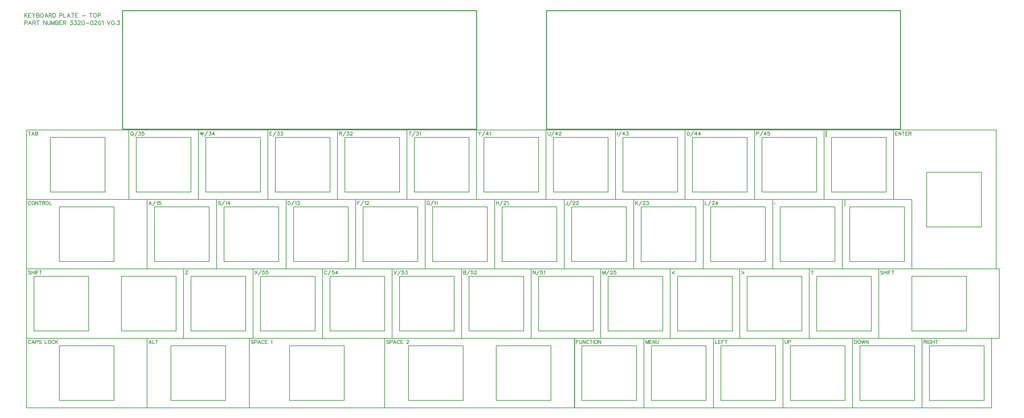
<source format=gto>
G04 Layer: TopSilkscreenLayer*
G04 EasyEDA v6.5.34, 2023-08-10 18:14:54*
G04 ff69caebeaab4362ab2153d1a77cd0d5,5a6b42c53f6a479593ecc07194224c93,10*
G04 Gerber Generator version 0.2*
G04 Scale: 100 percent, Rotated: No, Reflected: No *
G04 Dimensions in millimeters *
G04 leading zeros omitted , absolute positions ,4 integer and 5 decimal *
%FSLAX45Y45*%
%MOMM*%

%ADD10C,0.2032*%
%ADD11C,0.1524*%
%ADD12C,0.1270*%
%ADD13C,0.2540*%

%LPD*%
D10*
X590550Y8076437D02*
G01*
X590550Y7980934D01*
X558800Y8076437D02*
G01*
X622554Y8076437D01*
X688847Y8076437D02*
G01*
X652526Y7980934D01*
X688847Y8076437D02*
G01*
X725170Y7980934D01*
X665987Y8012937D02*
G01*
X711454Y8012937D01*
X755142Y8076437D02*
G01*
X755142Y7980934D01*
X755142Y8076437D02*
G01*
X796036Y8076437D01*
X809752Y8071865D01*
X814323Y8067294D01*
X818895Y8058404D01*
X818895Y8049260D01*
X814323Y8040115D01*
X809752Y8035544D01*
X796036Y8030971D01*
X755142Y8030971D02*
G01*
X796036Y8030971D01*
X809752Y8026400D01*
X814323Y8022081D01*
X818895Y8012937D01*
X818895Y7999221D01*
X814323Y7990078D01*
X809752Y7985505D01*
X796036Y7980934D01*
X755142Y7980934D01*
X626871Y6148831D02*
G01*
X622554Y6157976D01*
X613410Y6166865D01*
X604265Y6171437D01*
X585978Y6171437D01*
X577087Y6166865D01*
X567944Y6157976D01*
X563371Y6148831D01*
X558800Y6135115D01*
X558800Y6112510D01*
X563371Y6098794D01*
X567944Y6089650D01*
X577087Y6080505D01*
X585978Y6075934D01*
X604265Y6075934D01*
X613410Y6080505D01*
X622554Y6089650D01*
X626871Y6098794D01*
X684276Y6171437D02*
G01*
X675131Y6166865D01*
X665987Y6157976D01*
X661415Y6148831D01*
X657097Y6135115D01*
X657097Y6112510D01*
X661415Y6098794D01*
X665987Y6089650D01*
X675131Y6080505D01*
X684276Y6075934D01*
X702310Y6075934D01*
X711454Y6080505D01*
X720597Y6089650D01*
X725170Y6098794D01*
X729742Y6112510D01*
X729742Y6135115D01*
X725170Y6148831D01*
X720597Y6157976D01*
X711454Y6166865D01*
X702310Y6171437D01*
X684276Y6171437D01*
X759713Y6171437D02*
G01*
X759713Y6075934D01*
X759713Y6171437D02*
G01*
X823468Y6075934D01*
X823468Y6171437D02*
G01*
X823468Y6075934D01*
X885189Y6171437D02*
G01*
X885189Y6075934D01*
X853439Y6171437D02*
G01*
X916939Y6171437D01*
X946912Y6171437D02*
G01*
X946912Y6075934D01*
X946912Y6171437D02*
G01*
X987805Y6171437D01*
X1001521Y6166865D01*
X1006094Y6162294D01*
X1010665Y6153404D01*
X1010665Y6144260D01*
X1006094Y6135115D01*
X1001521Y6130544D01*
X987805Y6125971D01*
X946912Y6125971D01*
X978915Y6125971D02*
G01*
X1010665Y6075934D01*
X1067815Y6171437D02*
G01*
X1058926Y6166865D01*
X1049781Y6157976D01*
X1045210Y6148831D01*
X1040637Y6135115D01*
X1040637Y6112510D01*
X1045210Y6098794D01*
X1049781Y6089650D01*
X1058926Y6080505D01*
X1067815Y6075934D01*
X1086104Y6075934D01*
X1095247Y6080505D01*
X1104137Y6089650D01*
X1108710Y6098794D01*
X1113281Y6112510D01*
X1113281Y6135115D01*
X1108710Y6148831D01*
X1104137Y6157976D01*
X1095247Y6166865D01*
X1086104Y6171437D01*
X1067815Y6171437D01*
X1143254Y6171437D02*
G01*
X1143254Y6075934D01*
X1143254Y6075934D02*
G01*
X1197863Y6075934D01*
X622554Y4252976D02*
G01*
X613410Y4261865D01*
X599694Y4266437D01*
X581405Y4266437D01*
X567944Y4261865D01*
X558800Y4252976D01*
X558800Y4243831D01*
X563371Y4234687D01*
X567944Y4230115D01*
X577087Y4225544D01*
X604265Y4216400D01*
X613410Y4212081D01*
X617981Y4207510D01*
X622554Y4198365D01*
X622554Y4184650D01*
X613410Y4175505D01*
X599694Y4170934D01*
X581405Y4170934D01*
X567944Y4175505D01*
X558800Y4184650D01*
X652526Y4266437D02*
G01*
X652526Y4170934D01*
X716026Y4266437D02*
G01*
X716026Y4170934D01*
X652526Y4220971D02*
G01*
X716026Y4220971D01*
X745997Y4266437D02*
G01*
X745997Y4170934D01*
X775970Y4266437D02*
G01*
X775970Y4170934D01*
X775970Y4266437D02*
G01*
X835152Y4266437D01*
X775970Y4220971D02*
G01*
X812545Y4220971D01*
X896873Y4266437D02*
G01*
X896873Y4170934D01*
X865123Y4266437D02*
G01*
X928878Y4266437D01*
X626871Y2338831D02*
G01*
X622554Y2347976D01*
X613410Y2356865D01*
X604265Y2361437D01*
X585978Y2361437D01*
X577087Y2356865D01*
X567944Y2347976D01*
X563371Y2338831D01*
X558800Y2325115D01*
X558800Y2302510D01*
X563371Y2288794D01*
X567944Y2279650D01*
X577087Y2270505D01*
X585978Y2265934D01*
X604265Y2265934D01*
X613410Y2270505D01*
X622554Y2279650D01*
X626871Y2288794D01*
X693420Y2361437D02*
G01*
X657097Y2265934D01*
X693420Y2361437D02*
G01*
X729742Y2265934D01*
X670560Y2297937D02*
G01*
X716026Y2297937D01*
X759713Y2361437D02*
G01*
X759713Y2265934D01*
X759713Y2361437D02*
G01*
X800607Y2361437D01*
X814323Y2356865D01*
X818895Y2352294D01*
X823468Y2343404D01*
X823468Y2329687D01*
X818895Y2320544D01*
X814323Y2315971D01*
X800607Y2311400D01*
X759713Y2311400D01*
X916939Y2347976D02*
G01*
X907795Y2356865D01*
X894334Y2361437D01*
X876045Y2361437D01*
X862329Y2356865D01*
X853439Y2347976D01*
X853439Y2338831D01*
X858012Y2329687D01*
X862329Y2325115D01*
X871473Y2320544D01*
X898905Y2311400D01*
X907795Y2307081D01*
X912368Y2302510D01*
X916939Y2293365D01*
X916939Y2279650D01*
X907795Y2270505D01*
X894334Y2265934D01*
X876045Y2265934D01*
X862329Y2270505D01*
X853439Y2279650D01*
X1017015Y2361437D02*
G01*
X1017015Y2265934D01*
X1017015Y2265934D02*
G01*
X1071626Y2265934D01*
X1128776Y2361437D02*
G01*
X1119631Y2356865D01*
X1110742Y2347976D01*
X1106170Y2338831D01*
X1101597Y2325115D01*
X1101597Y2302510D01*
X1106170Y2288794D01*
X1110742Y2279650D01*
X1119631Y2270505D01*
X1128776Y2265934D01*
X1147063Y2265934D01*
X1155954Y2270505D01*
X1165097Y2279650D01*
X1169670Y2288794D01*
X1174242Y2302510D01*
X1174242Y2325115D01*
X1169670Y2338831D01*
X1165097Y2347976D01*
X1155954Y2356865D01*
X1147063Y2361437D01*
X1128776Y2361437D01*
X1272539Y2338831D02*
G01*
X1267968Y2347976D01*
X1258823Y2356865D01*
X1249679Y2361437D01*
X1231645Y2361437D01*
X1222502Y2356865D01*
X1213357Y2347976D01*
X1208786Y2338831D01*
X1204213Y2325115D01*
X1204213Y2302510D01*
X1208786Y2288794D01*
X1213357Y2279650D01*
X1222502Y2270505D01*
X1231645Y2265934D01*
X1249679Y2265934D01*
X1258823Y2270505D01*
X1267968Y2279650D01*
X1272539Y2288794D01*
X1302512Y2361437D02*
G01*
X1302512Y2265934D01*
X1366012Y2361437D02*
G01*
X1302512Y2297937D01*
X1325118Y2320544D02*
G01*
X1366012Y2265934D01*
X3392677Y8076437D02*
G01*
X3383788Y8071865D01*
X3374643Y8062976D01*
X3370072Y8053831D01*
X3365500Y8040115D01*
X3365500Y8017510D01*
X3370072Y8003794D01*
X3374643Y7994650D01*
X3383788Y7985505D01*
X3392677Y7980934D01*
X3410965Y7980934D01*
X3420109Y7985505D01*
X3429254Y7994650D01*
X3433572Y8003794D01*
X3438143Y8017510D01*
X3438143Y8040115D01*
X3433572Y8053831D01*
X3429254Y8062976D01*
X3420109Y8071865D01*
X3410965Y8076437D01*
X3392677Y8076437D01*
X3406393Y7999221D02*
G01*
X3433572Y7972044D01*
X3550158Y8094726D02*
G01*
X3468115Y7949184D01*
X3589020Y8076437D02*
G01*
X3639058Y8076437D01*
X3611879Y8040115D01*
X3625595Y8040115D01*
X3634486Y8035544D01*
X3639058Y8030971D01*
X3643629Y8017510D01*
X3643629Y8008365D01*
X3639058Y7994650D01*
X3630168Y7985505D01*
X3616452Y7980934D01*
X3602736Y7980934D01*
X3589020Y7985505D01*
X3584702Y7990078D01*
X3580129Y7999221D01*
X3728211Y8076437D02*
G01*
X3682745Y8076437D01*
X3678174Y8035544D01*
X3682745Y8040115D01*
X3696461Y8044687D01*
X3709924Y8044687D01*
X3723640Y8040115D01*
X3732784Y8030971D01*
X3737356Y8017510D01*
X3737356Y8008365D01*
X3732784Y7994650D01*
X3723640Y7985505D01*
X3709924Y7980934D01*
X3696461Y7980934D01*
X3682745Y7985505D01*
X3678174Y7990078D01*
X3673602Y7999221D01*
X5270500Y8076437D02*
G01*
X5293106Y7980934D01*
X5315965Y8076437D02*
G01*
X5293106Y7980934D01*
X5315965Y8076437D02*
G01*
X5338572Y7980934D01*
X5361431Y8076437D02*
G01*
X5338572Y7980934D01*
X5473191Y8094726D02*
G01*
X5391404Y7949184D01*
X5512308Y8076437D02*
G01*
X5562345Y8076437D01*
X5535168Y8040115D01*
X5548629Y8040115D01*
X5557774Y8035544D01*
X5562345Y8030971D01*
X5566918Y8017510D01*
X5566918Y8008365D01*
X5562345Y7994650D01*
X5553202Y7985505D01*
X5539486Y7980934D01*
X5526024Y7980934D01*
X5512308Y7985505D01*
X5507736Y7990078D01*
X5503163Y7999221D01*
X5642356Y8076437D02*
G01*
X5596890Y8012937D01*
X5664961Y8012937D01*
X5642356Y8076437D02*
G01*
X5642356Y7980934D01*
X7175500Y8076437D02*
G01*
X7175500Y7980934D01*
X7175500Y8076437D02*
G01*
X7234681Y8076437D01*
X7175500Y8030971D02*
G01*
X7211822Y8030971D01*
X7175500Y7980934D02*
G01*
X7234681Y7980934D01*
X7346441Y8094726D02*
G01*
X7264654Y7949184D01*
X7385558Y8076437D02*
G01*
X7435595Y8076437D01*
X7408163Y8040115D01*
X7421879Y8040115D01*
X7431024Y8035544D01*
X7435595Y8030971D01*
X7440168Y8017510D01*
X7440168Y8008365D01*
X7435595Y7994650D01*
X7426452Y7985505D01*
X7412736Y7980934D01*
X7399020Y7980934D01*
X7385558Y7985505D01*
X7380986Y7990078D01*
X7376413Y7999221D01*
X7479029Y8076437D02*
G01*
X7529068Y8076437D01*
X7501890Y8040115D01*
X7515606Y8040115D01*
X7524495Y8035544D01*
X7529068Y8030971D01*
X7533640Y8017510D01*
X7533640Y8008365D01*
X7529068Y7994650D01*
X7519924Y7985505D01*
X7506461Y7980934D01*
X7492745Y7980934D01*
X7479029Y7985505D01*
X7474711Y7990078D01*
X7470140Y7999221D01*
X9080500Y8076437D02*
G01*
X9080500Y7980934D01*
X9080500Y8076437D02*
G01*
X9121393Y8076437D01*
X9135109Y8071865D01*
X9139681Y8067294D01*
X9144254Y8058404D01*
X9144254Y8049260D01*
X9139681Y8040115D01*
X9135109Y8035544D01*
X9121393Y8030971D01*
X9080500Y8030971D01*
X9112250Y8030971D02*
G01*
X9144254Y7980934D01*
X9256013Y8094726D02*
G01*
X9174225Y7949184D01*
X9295129Y8076437D02*
G01*
X9345168Y8076437D01*
X9317736Y8040115D01*
X9331452Y8040115D01*
X9340595Y8035544D01*
X9345168Y8030971D01*
X9349486Y8017510D01*
X9349486Y8008365D01*
X9345168Y7994650D01*
X9336024Y7985505D01*
X9322308Y7980934D01*
X9308591Y7980934D01*
X9295129Y7985505D01*
X9290558Y7990078D01*
X9285986Y7999221D01*
X9384029Y8053831D02*
G01*
X9384029Y8058404D01*
X9388602Y8067294D01*
X9393174Y8071865D01*
X9402318Y8076437D01*
X9420606Y8076437D01*
X9429495Y8071865D01*
X9434068Y8067294D01*
X9438640Y8058404D01*
X9438640Y8049260D01*
X9434068Y8040115D01*
X9424924Y8026400D01*
X9379711Y7980934D01*
X9443211Y7980934D01*
X3897122Y6171437D02*
G01*
X3860800Y6075934D01*
X3897122Y6171437D02*
G01*
X3933443Y6075934D01*
X3874515Y6107937D02*
G01*
X3919981Y6107937D01*
X4045458Y6189726D02*
G01*
X3963415Y6044184D01*
X4075429Y6153404D02*
G01*
X4084320Y6157976D01*
X4098036Y6171437D01*
X4098036Y6075934D01*
X4182618Y6171437D02*
G01*
X4137152Y6171437D01*
X4132579Y6130544D01*
X4137152Y6135115D01*
X4150868Y6139687D01*
X4164329Y6139687D01*
X4178045Y6135115D01*
X4187190Y6125971D01*
X4191761Y6112510D01*
X4191761Y6103365D01*
X4187190Y6089650D01*
X4178045Y6080505D01*
X4164329Y6075934D01*
X4150868Y6075934D01*
X4137152Y6080505D01*
X4132579Y6085078D01*
X4128008Y6094221D01*
X5829554Y6157976D02*
G01*
X5820409Y6166865D01*
X5806693Y6171437D01*
X5788406Y6171437D01*
X5774943Y6166865D01*
X5765800Y6157976D01*
X5765800Y6148831D01*
X5770372Y6139687D01*
X5774943Y6135115D01*
X5784088Y6130544D01*
X5811265Y6121400D01*
X5820409Y6117081D01*
X5824981Y6112510D01*
X5829554Y6103365D01*
X5829554Y6089650D01*
X5820409Y6080505D01*
X5806693Y6075934D01*
X5788406Y6075934D01*
X5774943Y6080505D01*
X5765800Y6089650D01*
X5941313Y6189726D02*
G01*
X5859525Y6044184D01*
X5971286Y6153404D02*
G01*
X5980429Y6157976D01*
X5993891Y6171437D01*
X5993891Y6075934D01*
X6069329Y6171437D02*
G01*
X6023863Y6107937D01*
X6092190Y6107937D01*
X6069329Y6171437D02*
G01*
X6069329Y6075934D01*
X7670800Y6171437D02*
G01*
X7670800Y6075934D01*
X7670800Y6171437D02*
G01*
X7702550Y6171437D01*
X7716265Y6166865D01*
X7725409Y6157976D01*
X7729981Y6148831D01*
X7734554Y6135115D01*
X7734554Y6112510D01*
X7729981Y6098794D01*
X7725409Y6089650D01*
X7716265Y6080505D01*
X7702550Y6075934D01*
X7670800Y6075934D01*
X7846313Y6189726D02*
G01*
X7764525Y6044184D01*
X7876286Y6153404D02*
G01*
X7885429Y6157976D01*
X7898891Y6171437D01*
X7898891Y6075934D01*
X7938008Y6171437D02*
G01*
X7988045Y6171437D01*
X7960868Y6135115D01*
X7974329Y6135115D01*
X7983474Y6130544D01*
X7988045Y6125971D01*
X7992618Y6112510D01*
X7992618Y6103365D01*
X7988045Y6089650D01*
X7978902Y6080505D01*
X7965440Y6075934D01*
X7951724Y6075934D01*
X7938008Y6080505D01*
X7933436Y6085078D01*
X7928863Y6094221D01*
X9575800Y6171437D02*
G01*
X9575800Y6075934D01*
X9575800Y6171437D02*
G01*
X9634981Y6171437D01*
X9575800Y6125971D02*
G01*
X9612122Y6125971D01*
X9746741Y6189726D02*
G01*
X9664954Y6044184D01*
X9776713Y6153404D02*
G01*
X9785858Y6157976D01*
X9799320Y6171437D01*
X9799320Y6075934D01*
X9833863Y6148831D02*
G01*
X9833863Y6153404D01*
X9838436Y6162294D01*
X9843008Y6166865D01*
X9852152Y6171437D01*
X9870440Y6171437D01*
X9879329Y6166865D01*
X9883902Y6162294D01*
X9888474Y6153404D01*
X9888474Y6144260D01*
X9883902Y6135115D01*
X9875011Y6121400D01*
X9829545Y6075934D01*
X9893045Y6075934D01*
X4927854Y4266437D02*
G01*
X4864100Y4170934D01*
X4864100Y4266437D02*
G01*
X4927854Y4266437D01*
X4864100Y4170934D02*
G01*
X4927854Y4170934D01*
X6769100Y4266437D02*
G01*
X6832854Y4170934D01*
X6832854Y4266437D02*
G01*
X6769100Y4170934D01*
X6944613Y4284726D02*
G01*
X6862825Y4139184D01*
X7029195Y4266437D02*
G01*
X6983729Y4266437D01*
X6979158Y4225544D01*
X6983729Y4230115D01*
X6997191Y4234687D01*
X7010908Y4234687D01*
X7024624Y4230115D01*
X7033768Y4220971D01*
X7038086Y4207510D01*
X7038086Y4198365D01*
X7033768Y4184650D01*
X7024624Y4175505D01*
X7010908Y4170934D01*
X6997191Y4170934D01*
X6983729Y4175505D01*
X6979158Y4180078D01*
X6974586Y4189221D01*
X7122668Y4266437D02*
G01*
X7077202Y4266437D01*
X7072629Y4225544D01*
X7077202Y4230115D01*
X7090918Y4234687D01*
X7104634Y4234687D01*
X7118095Y4230115D01*
X7127240Y4220971D01*
X7131811Y4207510D01*
X7131811Y4198365D01*
X7127240Y4184650D01*
X7118095Y4175505D01*
X7104634Y4170934D01*
X7090918Y4170934D01*
X7077202Y4175505D01*
X7072629Y4180078D01*
X7068311Y4189221D01*
X10579100Y4266437D02*
G01*
X10615422Y4170934D01*
X10651743Y4266437D02*
G01*
X10615422Y4170934D01*
X10763758Y4284726D02*
G01*
X10681715Y4139184D01*
X10848086Y4266437D02*
G01*
X10802620Y4266437D01*
X10798302Y4225544D01*
X10802620Y4230115D01*
X10816336Y4234687D01*
X10830052Y4234687D01*
X10843768Y4230115D01*
X10852658Y4220971D01*
X10857229Y4207510D01*
X10857229Y4198365D01*
X10852658Y4184650D01*
X10843768Y4175505D01*
X10830052Y4170934D01*
X10816336Y4170934D01*
X10802620Y4175505D01*
X10798302Y4180078D01*
X10793729Y4189221D01*
X10896345Y4266437D02*
G01*
X10946384Y4266437D01*
X10919206Y4230115D01*
X10932668Y4230115D01*
X10941811Y4225544D01*
X10946384Y4220971D01*
X10950956Y4207510D01*
X10950956Y4198365D01*
X10946384Y4184650D01*
X10937240Y4175505D01*
X10923524Y4170934D01*
X10910061Y4170934D01*
X10896345Y4175505D01*
X10891774Y4180078D01*
X10887202Y4189221D01*
X8742172Y4243831D02*
G01*
X8737854Y4252976D01*
X8728709Y4261865D01*
X8719565Y4266437D01*
X8701277Y4266437D01*
X8692388Y4261865D01*
X8683243Y4252976D01*
X8678672Y4243831D01*
X8674100Y4230115D01*
X8674100Y4207510D01*
X8678672Y4193794D01*
X8683243Y4184650D01*
X8692388Y4175505D01*
X8701277Y4170934D01*
X8719565Y4170934D01*
X8728709Y4175505D01*
X8737854Y4184650D01*
X8742172Y4193794D01*
X8854186Y4284726D02*
G01*
X8772397Y4139184D01*
X8938768Y4266437D02*
G01*
X8893302Y4266437D01*
X8888729Y4225544D01*
X8893302Y4230115D01*
X8906763Y4234687D01*
X8920479Y4234687D01*
X8934195Y4230115D01*
X8943086Y4220971D01*
X8947658Y4207510D01*
X8947658Y4198365D01*
X8943086Y4184650D01*
X8934195Y4175505D01*
X8920479Y4170934D01*
X8906763Y4170934D01*
X8893302Y4175505D01*
X8888729Y4180078D01*
X8884158Y4189221D01*
X9023095Y4266437D02*
G01*
X8977629Y4202937D01*
X9045956Y4202937D01*
X9023095Y4266437D02*
G01*
X9023095Y4170934D01*
X3897122Y2361437D02*
G01*
X3860800Y2265934D01*
X3897122Y2361437D02*
G01*
X3933443Y2265934D01*
X3874515Y2297937D02*
G01*
X3919981Y2297937D01*
X3963415Y2361437D02*
G01*
X3963415Y2265934D01*
X3963415Y2265934D02*
G01*
X4018025Y2265934D01*
X4080002Y2361437D02*
G01*
X4080002Y2265934D01*
X4047997Y2361437D02*
G01*
X4111752Y2361437D01*
X6731254Y2347976D02*
G01*
X6722109Y2356865D01*
X6708393Y2361437D01*
X6690106Y2361437D01*
X6676643Y2356865D01*
X6667500Y2347976D01*
X6667500Y2338831D01*
X6672072Y2329687D01*
X6676643Y2325115D01*
X6685788Y2320544D01*
X6712965Y2311400D01*
X6722109Y2307081D01*
X6726681Y2302510D01*
X6731254Y2293365D01*
X6731254Y2279650D01*
X6722109Y2270505D01*
X6708393Y2265934D01*
X6690106Y2265934D01*
X6676643Y2270505D01*
X6667500Y2279650D01*
X6761225Y2361437D02*
G01*
X6761225Y2265934D01*
X6761225Y2361437D02*
G01*
X6802120Y2361437D01*
X6815581Y2356865D01*
X6820154Y2352294D01*
X6824725Y2343404D01*
X6824725Y2329687D01*
X6820154Y2320544D01*
X6815581Y2315971D01*
X6802120Y2311400D01*
X6761225Y2311400D01*
X6891020Y2361437D02*
G01*
X6854697Y2265934D01*
X6891020Y2361437D02*
G01*
X6927595Y2265934D01*
X6868413Y2297937D02*
G01*
X6913879Y2297937D01*
X7025640Y2338831D02*
G01*
X7021068Y2347976D01*
X7011924Y2356865D01*
X7003034Y2361437D01*
X6984745Y2361437D01*
X6975602Y2356865D01*
X6966711Y2347976D01*
X6962140Y2338831D01*
X6957568Y2325115D01*
X6957568Y2302510D01*
X6962140Y2288794D01*
X6966711Y2279650D01*
X6975602Y2270505D01*
X6984745Y2265934D01*
X7003034Y2265934D01*
X7011924Y2270505D01*
X7021068Y2279650D01*
X7025640Y2288794D01*
X7055611Y2361437D02*
G01*
X7055611Y2265934D01*
X7055611Y2361437D02*
G01*
X7114793Y2361437D01*
X7055611Y2315971D02*
G01*
X7091934Y2315971D01*
X7055611Y2265934D02*
G01*
X7114793Y2265934D01*
X7214870Y2343404D02*
G01*
X7223759Y2347976D01*
X7237475Y2361437D01*
X7237475Y2265934D01*
X10439654Y2347976D02*
G01*
X10430509Y2356865D01*
X10416793Y2361437D01*
X10398506Y2361437D01*
X10385043Y2356865D01*
X10375900Y2347976D01*
X10375900Y2338831D01*
X10380472Y2329687D01*
X10385043Y2325115D01*
X10394188Y2320544D01*
X10421365Y2311400D01*
X10430509Y2307081D01*
X10435081Y2302510D01*
X10439654Y2293365D01*
X10439654Y2279650D01*
X10430509Y2270505D01*
X10416793Y2265934D01*
X10398506Y2265934D01*
X10385043Y2270505D01*
X10375900Y2279650D01*
X10469625Y2361437D02*
G01*
X10469625Y2265934D01*
X10469625Y2361437D02*
G01*
X10510520Y2361437D01*
X10523981Y2356865D01*
X10528554Y2352294D01*
X10533125Y2343404D01*
X10533125Y2329687D01*
X10528554Y2320544D01*
X10523981Y2315971D01*
X10510520Y2311400D01*
X10469625Y2311400D01*
X10599420Y2361437D02*
G01*
X10563097Y2265934D01*
X10599420Y2361437D02*
G01*
X10635995Y2265934D01*
X10576813Y2297937D02*
G01*
X10622279Y2297937D01*
X10734040Y2338831D02*
G01*
X10729468Y2347976D01*
X10720324Y2356865D01*
X10711434Y2361437D01*
X10693145Y2361437D01*
X10684002Y2356865D01*
X10675111Y2347976D01*
X10670540Y2338831D01*
X10665968Y2325115D01*
X10665968Y2302510D01*
X10670540Y2288794D01*
X10675111Y2279650D01*
X10684002Y2270505D01*
X10693145Y2265934D01*
X10711434Y2265934D01*
X10720324Y2270505D01*
X10729468Y2279650D01*
X10734040Y2288794D01*
X10764011Y2361437D02*
G01*
X10764011Y2265934D01*
X10764011Y2361437D02*
G01*
X10823193Y2361437D01*
X10764011Y2315971D02*
G01*
X10800334Y2315971D01*
X10764011Y2265934D02*
G01*
X10823193Y2265934D01*
X10927841Y2338831D02*
G01*
X10927841Y2343404D01*
X10932159Y2352294D01*
X10936731Y2356865D01*
X10945875Y2361437D01*
X10964163Y2361437D01*
X10973054Y2356865D01*
X10977625Y2352294D01*
X10982197Y2343404D01*
X10982197Y2334260D01*
X10977625Y2325115D01*
X10968736Y2311400D01*
X10923270Y2265934D01*
X10986770Y2265934D01*
X17481550Y2361437D02*
G01*
X17481550Y2265934D01*
X17481550Y2361437D02*
G01*
X17517872Y2265934D01*
X17554193Y2361437D02*
G01*
X17517872Y2265934D01*
X17554193Y2361437D02*
G01*
X17554193Y2265934D01*
X17584166Y2361437D02*
G01*
X17584166Y2265934D01*
X17584166Y2361437D02*
G01*
X17643348Y2361437D01*
X17584166Y2315971D02*
G01*
X17620741Y2315971D01*
X17584166Y2265934D02*
G01*
X17643348Y2265934D01*
X17673320Y2361437D02*
G01*
X17673320Y2265934D01*
X17673320Y2361437D02*
G01*
X17737074Y2265934D01*
X17737074Y2361437D02*
G01*
X17737074Y2265934D01*
X17767045Y2361437D02*
G01*
X17767045Y2293365D01*
X17771618Y2279650D01*
X17780761Y2270505D01*
X17794224Y2265934D01*
X17803368Y2265934D01*
X17817084Y2270505D01*
X17825974Y2279650D01*
X17830545Y2293365D01*
X17830545Y2361437D01*
X15576550Y2361437D02*
G01*
X15576550Y2265934D01*
X15576550Y2361437D02*
G01*
X15635731Y2361437D01*
X15576550Y2315971D02*
G01*
X15612872Y2315971D01*
X15665704Y2361437D02*
G01*
X15665704Y2293365D01*
X15670275Y2279650D01*
X15679166Y2270505D01*
X15692881Y2265934D01*
X15702025Y2265934D01*
X15715741Y2270505D01*
X15724631Y2279650D01*
X15729204Y2293365D01*
X15729204Y2361437D01*
X15759175Y2361437D02*
G01*
X15759175Y2265934D01*
X15759175Y2361437D02*
G01*
X15822929Y2265934D01*
X15822929Y2361437D02*
G01*
X15822929Y2265934D01*
X15920974Y2338831D02*
G01*
X15916656Y2347976D01*
X15907511Y2356865D01*
X15898368Y2361437D01*
X15880079Y2361437D01*
X15871190Y2356865D01*
X15862045Y2347976D01*
X15857474Y2338831D01*
X15852902Y2325115D01*
X15852902Y2302510D01*
X15857474Y2288794D01*
X15862045Y2279650D01*
X15871190Y2270505D01*
X15880079Y2265934D01*
X15898368Y2265934D01*
X15907511Y2270505D01*
X15916656Y2279650D01*
X15920974Y2288794D01*
X15982950Y2361437D02*
G01*
X15982950Y2265934D01*
X15951200Y2361437D02*
G01*
X16014700Y2361437D01*
X16044672Y2361437D02*
G01*
X16044672Y2265934D01*
X16102075Y2361437D02*
G01*
X16092931Y2356865D01*
X16083788Y2347976D01*
X16079216Y2338831D01*
X16074643Y2325115D01*
X16074643Y2302510D01*
X16079216Y2288794D01*
X16083788Y2279650D01*
X16092931Y2270505D01*
X16102075Y2265934D01*
X16120109Y2265934D01*
X16129254Y2270505D01*
X16138397Y2279650D01*
X16142970Y2288794D01*
X16147541Y2302510D01*
X16147541Y2325115D01*
X16142970Y2338831D01*
X16138397Y2347976D01*
X16129254Y2356865D01*
X16120109Y2361437D01*
X16102075Y2361437D01*
X16177513Y2361437D02*
G01*
X16177513Y2265934D01*
X16177513Y2361437D02*
G01*
X16241013Y2265934D01*
X16241013Y2361437D02*
G01*
X16241013Y2265934D01*
X21291550Y2361437D02*
G01*
X21291550Y2293365D01*
X21296122Y2279650D01*
X21305266Y2270505D01*
X21318727Y2265934D01*
X21327872Y2265934D01*
X21341588Y2270505D01*
X21350731Y2279650D01*
X21355304Y2293365D01*
X21355304Y2361437D01*
X21385275Y2361437D02*
G01*
X21385275Y2265934D01*
X21385275Y2361437D02*
G01*
X21426170Y2361437D01*
X21439631Y2356865D01*
X21444204Y2352294D01*
X21448775Y2343404D01*
X21448775Y2329687D01*
X21444204Y2320544D01*
X21439631Y2315971D01*
X21426170Y2311400D01*
X21385275Y2311400D01*
X19386550Y2361437D02*
G01*
X19386550Y2265934D01*
X19386550Y2265934D02*
G01*
X19441159Y2265934D01*
X19471131Y2361437D02*
G01*
X19471131Y2265934D01*
X19471131Y2361437D02*
G01*
X19530059Y2361437D01*
X19471131Y2315971D02*
G01*
X19507454Y2315971D01*
X19471131Y2265934D02*
G01*
X19530059Y2265934D01*
X19560286Y2361437D02*
G01*
X19560286Y2265934D01*
X19560286Y2361437D02*
G01*
X19619213Y2361437D01*
X19560286Y2315971D02*
G01*
X19596608Y2315971D01*
X19681190Y2361437D02*
G01*
X19681190Y2265934D01*
X19649186Y2361437D02*
G01*
X19712940Y2361437D01*
X25101550Y2361437D02*
G01*
X25101550Y2265934D01*
X25101550Y2361437D02*
G01*
X25142443Y2361437D01*
X25156159Y2356865D01*
X25160731Y2352294D01*
X25165304Y2343404D01*
X25165304Y2334260D01*
X25160731Y2325115D01*
X25156159Y2320544D01*
X25142443Y2315971D01*
X25101550Y2315971D01*
X25133300Y2315971D02*
G01*
X25165304Y2265934D01*
X25195275Y2361437D02*
G01*
X25195275Y2265934D01*
X25293320Y2338831D02*
G01*
X25288748Y2347976D01*
X25279858Y2356865D01*
X25270713Y2361437D01*
X25252425Y2361437D01*
X25243281Y2356865D01*
X25234391Y2347976D01*
X25229820Y2338831D01*
X25225248Y2325115D01*
X25225248Y2302510D01*
X25229820Y2288794D01*
X25234391Y2279650D01*
X25243281Y2270505D01*
X25252425Y2265934D01*
X25270713Y2265934D01*
X25279858Y2270505D01*
X25288748Y2279650D01*
X25293320Y2288794D01*
X25293320Y2302510D01*
X25270713Y2302510D02*
G01*
X25293320Y2302510D01*
X25323291Y2361437D02*
G01*
X25323291Y2265934D01*
X25387045Y2361437D02*
G01*
X25387045Y2265934D01*
X25323291Y2315971D02*
G01*
X25387045Y2315971D01*
X25448768Y2361437D02*
G01*
X25448768Y2265934D01*
X25417018Y2361437D02*
G01*
X25480518Y2361437D01*
X23196550Y2361437D02*
G01*
X23196550Y2265934D01*
X23196550Y2361437D02*
G01*
X23228300Y2361437D01*
X23242016Y2356865D01*
X23251159Y2347976D01*
X23255731Y2338831D01*
X23260304Y2325115D01*
X23260304Y2302510D01*
X23255731Y2288794D01*
X23251159Y2279650D01*
X23242016Y2270505D01*
X23228300Y2265934D01*
X23196550Y2265934D01*
X23317454Y2361437D02*
G01*
X23308309Y2356865D01*
X23299166Y2347976D01*
X23294848Y2338831D01*
X23290275Y2325115D01*
X23290275Y2302510D01*
X23294848Y2288794D01*
X23299166Y2279650D01*
X23308309Y2270505D01*
X23317454Y2265934D01*
X23335741Y2265934D01*
X23344631Y2270505D01*
X23353775Y2279650D01*
X23358348Y2288794D01*
X23362920Y2302510D01*
X23362920Y2325115D01*
X23358348Y2338831D01*
X23353775Y2347976D01*
X23344631Y2356865D01*
X23335741Y2361437D01*
X23317454Y2361437D01*
X23392891Y2361437D02*
G01*
X23415752Y2265934D01*
X23438358Y2361437D02*
G01*
X23415752Y2265934D01*
X23438358Y2361437D02*
G01*
X23461218Y2265934D01*
X23483824Y2361437D02*
G01*
X23461218Y2265934D01*
X23513795Y2361437D02*
G01*
X23513795Y2265934D01*
X23513795Y2361437D02*
G01*
X23577550Y2265934D01*
X23577550Y2361437D02*
G01*
X23577550Y2265934D01*
X14389100Y4266437D02*
G01*
X14389100Y4170934D01*
X14389100Y4266437D02*
G01*
X14452854Y4170934D01*
X14452854Y4266437D02*
G01*
X14452854Y4170934D01*
X14564613Y4284726D02*
G01*
X14482825Y4139184D01*
X14649195Y4266437D02*
G01*
X14603729Y4266437D01*
X14599158Y4225544D01*
X14603729Y4230115D01*
X14617191Y4234687D01*
X14630908Y4234687D01*
X14644624Y4230115D01*
X14653768Y4220971D01*
X14658086Y4207510D01*
X14658086Y4198365D01*
X14653768Y4184650D01*
X14644624Y4175505D01*
X14630908Y4170934D01*
X14617191Y4170934D01*
X14603729Y4175505D01*
X14599158Y4180078D01*
X14594586Y4189221D01*
X14688311Y4248404D02*
G01*
X14697202Y4252976D01*
X14710918Y4266437D01*
X14710918Y4170934D01*
X12484100Y4266437D02*
G01*
X12484100Y4170934D01*
X12484100Y4266437D02*
G01*
X12524993Y4266437D01*
X12538709Y4261865D01*
X12543281Y4257294D01*
X12547854Y4248404D01*
X12547854Y4239260D01*
X12543281Y4230115D01*
X12538709Y4225544D01*
X12524993Y4220971D01*
X12484100Y4220971D02*
G01*
X12524993Y4220971D01*
X12538709Y4216400D01*
X12543281Y4212081D01*
X12547854Y4202937D01*
X12547854Y4189221D01*
X12543281Y4180078D01*
X12538709Y4175505D01*
X12524993Y4170934D01*
X12484100Y4170934D01*
X12659613Y4284726D02*
G01*
X12577825Y4139184D01*
X12744195Y4266437D02*
G01*
X12698729Y4266437D01*
X12694158Y4225544D01*
X12698729Y4230115D01*
X12712191Y4234687D01*
X12725908Y4234687D01*
X12739624Y4230115D01*
X12748768Y4220971D01*
X12753086Y4207510D01*
X12753086Y4198365D01*
X12748768Y4184650D01*
X12739624Y4175505D01*
X12725908Y4170934D01*
X12712191Y4170934D01*
X12698729Y4175505D01*
X12694158Y4180078D01*
X12689586Y4189221D01*
X12787629Y4243831D02*
G01*
X12787629Y4248404D01*
X12792202Y4257294D01*
X12796774Y4261865D01*
X12805918Y4266437D01*
X12824206Y4266437D01*
X12833095Y4261865D01*
X12837668Y4257294D01*
X12842240Y4248404D01*
X12842240Y4239260D01*
X12837668Y4230115D01*
X12828524Y4216400D01*
X12783311Y4170934D01*
X12846811Y4170934D01*
X18271743Y4252976D02*
G01*
X18199100Y4212081D01*
X18271743Y4170934D01*
X16294100Y4266437D02*
G01*
X16294100Y4170934D01*
X16294100Y4266437D02*
G01*
X16330422Y4170934D01*
X16366743Y4266437D02*
G01*
X16330422Y4170934D01*
X16366743Y4266437D02*
G01*
X16366743Y4170934D01*
X16478758Y4284726D02*
G01*
X16396716Y4139184D01*
X16513302Y4243831D02*
G01*
X16513302Y4248404D01*
X16517620Y4257294D01*
X16522191Y4261865D01*
X16531336Y4266437D01*
X16549624Y4266437D01*
X16558768Y4261865D01*
X16563086Y4257294D01*
X16567658Y4248404D01*
X16567658Y4239260D01*
X16563086Y4230115D01*
X16554195Y4216400D01*
X16508729Y4170934D01*
X16572229Y4170934D01*
X16656811Y4266437D02*
G01*
X16611345Y4266437D01*
X16606774Y4225544D01*
X16611345Y4230115D01*
X16625061Y4234687D01*
X16638524Y4234687D01*
X16652240Y4230115D01*
X16661384Y4220971D01*
X16665956Y4207510D01*
X16665956Y4198365D01*
X16661384Y4184650D01*
X16652240Y4175505D01*
X16638524Y4170934D01*
X16625061Y4170934D01*
X16611345Y4175505D01*
X16606774Y4180078D01*
X16602202Y4189221D01*
X22009097Y4243831D02*
G01*
X22009097Y4248404D01*
X22013669Y4257294D01*
X22018241Y4261865D01*
X22027385Y4266437D01*
X22045419Y4266437D01*
X22054563Y4261865D01*
X22059135Y4257294D01*
X22063707Y4248404D01*
X22063707Y4239260D01*
X22059135Y4230115D01*
X22054563Y4225544D01*
X22036275Y4216400D01*
X22036275Y4202937D01*
X22036275Y4180078D02*
G01*
X22031703Y4175505D01*
X22036275Y4170934D01*
X22040847Y4175505D01*
X22036275Y4180078D01*
X20104097Y4252976D02*
G01*
X20176741Y4212081D01*
X20104097Y4170934D01*
X23976327Y4252976D02*
G01*
X23967183Y4261865D01*
X23953467Y4266437D01*
X23935433Y4266437D01*
X23921717Y4261865D01*
X23912573Y4252976D01*
X23912573Y4243831D01*
X23917145Y4234687D01*
X23921717Y4230115D01*
X23930861Y4225544D01*
X23958039Y4216400D01*
X23967183Y4212081D01*
X23971755Y4207510D01*
X23976327Y4198365D01*
X23976327Y4184650D01*
X23967183Y4175505D01*
X23953467Y4170934D01*
X23935433Y4170934D01*
X23921717Y4175505D01*
X23912573Y4184650D01*
X24006299Y4266437D02*
G01*
X24006299Y4170934D01*
X24069799Y4266437D02*
G01*
X24069799Y4170934D01*
X24006299Y4220971D02*
G01*
X24069799Y4220971D01*
X24099771Y4266437D02*
G01*
X24099771Y4170934D01*
X24129997Y4266437D02*
G01*
X24129997Y4170934D01*
X24129997Y4266437D02*
G01*
X24188925Y4266437D01*
X24129997Y4220971D02*
G01*
X24166319Y4220971D01*
X24250901Y4266437D02*
G01*
X24250901Y4170934D01*
X24218897Y4266437D02*
G01*
X24282651Y4266437D01*
X13385800Y6171437D02*
G01*
X13385800Y6075934D01*
X13449554Y6171437D02*
G01*
X13449554Y6075934D01*
X13385800Y6125971D02*
G01*
X13449554Y6125971D01*
X13561313Y6189726D02*
G01*
X13479525Y6044184D01*
X13595858Y6148831D02*
G01*
X13595858Y6153404D01*
X13600429Y6162294D01*
X13605002Y6166865D01*
X13613891Y6171437D01*
X13632179Y6171437D01*
X13641324Y6166865D01*
X13645895Y6162294D01*
X13650468Y6153404D01*
X13650468Y6144260D01*
X13645895Y6135115D01*
X13636752Y6121400D01*
X13591286Y6075934D01*
X13654786Y6075934D01*
X13685011Y6153404D02*
G01*
X13693902Y6157976D01*
X13707618Y6171437D01*
X13707618Y6075934D01*
X11548872Y6148831D02*
G01*
X11544554Y6157976D01*
X11535409Y6166865D01*
X11526265Y6171437D01*
X11507977Y6171437D01*
X11499088Y6166865D01*
X11489943Y6157976D01*
X11485372Y6148831D01*
X11480800Y6135115D01*
X11480800Y6112510D01*
X11485372Y6098794D01*
X11489943Y6089650D01*
X11499088Y6080505D01*
X11507977Y6075934D01*
X11526265Y6075934D01*
X11535409Y6080505D01*
X11544554Y6089650D01*
X11548872Y6098794D01*
X11548872Y6112510D01*
X11526265Y6112510D02*
G01*
X11548872Y6112510D01*
X11660886Y6189726D02*
G01*
X11579097Y6044184D01*
X11690858Y6153404D02*
G01*
X11700002Y6157976D01*
X11713463Y6171437D01*
X11713463Y6075934D01*
X11743436Y6153404D02*
G01*
X11752579Y6157976D01*
X11766295Y6171437D01*
X11766295Y6075934D01*
X17195800Y6171437D02*
G01*
X17195800Y6075934D01*
X17259554Y6171437D02*
G01*
X17195800Y6107937D01*
X17218406Y6130544D02*
G01*
X17259554Y6075934D01*
X17371313Y6189726D02*
G01*
X17289525Y6044184D01*
X17405858Y6148831D02*
G01*
X17405858Y6153404D01*
X17410429Y6162294D01*
X17415002Y6166865D01*
X17423891Y6171437D01*
X17442179Y6171437D01*
X17451324Y6166865D01*
X17455895Y6162294D01*
X17460468Y6153404D01*
X17460468Y6144260D01*
X17455895Y6135115D01*
X17446752Y6121400D01*
X17401286Y6075934D01*
X17464786Y6075934D01*
X17503902Y6171437D02*
G01*
X17553940Y6171437D01*
X17526761Y6135115D01*
X17540224Y6135115D01*
X17549368Y6130544D01*
X17553940Y6125971D01*
X17558511Y6112510D01*
X17558511Y6103365D01*
X17553940Y6089650D01*
X17544795Y6080505D01*
X17531334Y6075934D01*
X17517618Y6075934D01*
X17503902Y6080505D01*
X17499329Y6085078D01*
X17495011Y6094221D01*
X15336266Y6171437D02*
G01*
X15336266Y6098794D01*
X15331693Y6085078D01*
X15327122Y6080505D01*
X15317977Y6075934D01*
X15309088Y6075934D01*
X15299943Y6080505D01*
X15295372Y6085078D01*
X15290800Y6098794D01*
X15290800Y6107937D01*
X15448025Y6189726D02*
G01*
X15366238Y6044184D01*
X15482570Y6148831D02*
G01*
X15482570Y6153404D01*
X15487141Y6162294D01*
X15491713Y6166865D01*
X15500858Y6171437D01*
X15518891Y6171437D01*
X15528036Y6166865D01*
X15532608Y6162294D01*
X15537179Y6153404D01*
X15537179Y6144260D01*
X15532608Y6135115D01*
X15523463Y6121400D01*
X15477997Y6075934D01*
X15541752Y6075934D01*
X15576295Y6148831D02*
G01*
X15576295Y6153404D01*
X15580868Y6162294D01*
X15585440Y6166865D01*
X15594329Y6171437D01*
X15612618Y6171437D01*
X15621761Y6166865D01*
X15626334Y6162294D01*
X15630906Y6153404D01*
X15630906Y6144260D01*
X15626334Y6135115D01*
X15617190Y6121400D01*
X15571724Y6075934D01*
X15635224Y6075934D01*
X21010372Y6130544D02*
G01*
X21005800Y6125971D01*
X21010372Y6121400D01*
X21014943Y6125971D01*
X21010372Y6130544D01*
X21010372Y6098794D02*
G01*
X21005800Y6094221D01*
X21010372Y6089650D01*
X21014943Y6094221D01*
X21010372Y6098794D01*
X19100800Y6171437D02*
G01*
X19100800Y6075934D01*
X19100800Y6075934D02*
G01*
X19155409Y6075934D01*
X19267170Y6189726D02*
G01*
X19185381Y6044184D01*
X19301713Y6148831D02*
G01*
X19301713Y6153404D01*
X19306286Y6162294D01*
X19310858Y6166865D01*
X19320002Y6171437D01*
X19338036Y6171437D01*
X19347179Y6166865D01*
X19351752Y6162294D01*
X19356324Y6153404D01*
X19356324Y6144260D01*
X19351752Y6135115D01*
X19342608Y6121400D01*
X19297141Y6075934D01*
X19360895Y6075934D01*
X19436334Y6171437D02*
G01*
X19390868Y6107937D01*
X19458940Y6107937D01*
X19436334Y6171437D02*
G01*
X19436334Y6075934D01*
X22937977Y6189726D02*
G01*
X22937977Y6044184D01*
X22942550Y6189726D02*
G01*
X22942550Y6044184D01*
X22910800Y6189726D02*
G01*
X22942550Y6189726D01*
X22910800Y6044184D02*
G01*
X22942550Y6044184D01*
X12890500Y8076437D02*
G01*
X12926822Y8030971D01*
X12926822Y7980934D01*
X12963143Y8076437D02*
G01*
X12926822Y8030971D01*
X13075158Y8094726D02*
G01*
X12993115Y7949184D01*
X13150595Y8076437D02*
G01*
X13105129Y8012937D01*
X13173202Y8012937D01*
X13150595Y8076437D02*
G01*
X13150595Y7980934D01*
X13203174Y8058404D02*
G01*
X13212318Y8062976D01*
X13226034Y8076437D01*
X13226034Y7980934D01*
X11017250Y8076437D02*
G01*
X11017250Y7980934D01*
X10985500Y8076437D02*
G01*
X11049254Y8076437D01*
X11161013Y8094726D02*
G01*
X11079225Y7949184D01*
X11200129Y8076437D02*
G01*
X11250168Y8076437D01*
X11222736Y8040115D01*
X11236452Y8040115D01*
X11245595Y8035544D01*
X11250168Y8030971D01*
X11254486Y8017510D01*
X11254486Y8008365D01*
X11250168Y7994650D01*
X11241024Y7985505D01*
X11227308Y7980934D01*
X11213591Y7980934D01*
X11200129Y7985505D01*
X11195558Y7990078D01*
X11190986Y7999221D01*
X11284711Y8058404D02*
G01*
X11293602Y8062976D01*
X11307318Y8076437D01*
X11307318Y7980934D01*
X16700500Y8076437D02*
G01*
X16700500Y7980934D01*
X16812259Y8094726D02*
G01*
X16730472Y7949184D01*
X16887698Y8076437D02*
G01*
X16842231Y8012937D01*
X16910558Y8012937D01*
X16887698Y8076437D02*
G01*
X16887698Y7980934D01*
X16949674Y8076437D02*
G01*
X16999711Y8076437D01*
X16972279Y8040115D01*
X16985995Y8040115D01*
X16995140Y8035544D01*
X16999711Y8030971D01*
X17004029Y8017510D01*
X17004029Y8008365D01*
X16999711Y7994650D01*
X16990568Y7985505D01*
X16976852Y7980934D01*
X16963136Y7980934D01*
X16949674Y7985505D01*
X16945102Y7990078D01*
X16940529Y7999221D01*
X14795500Y8076437D02*
G01*
X14795500Y8008365D01*
X14800072Y7994650D01*
X14809216Y7985505D01*
X14822677Y7980934D01*
X14831822Y7980934D01*
X14845538Y7985505D01*
X14854681Y7994650D01*
X14859254Y8008365D01*
X14859254Y8076437D01*
X14971013Y8094726D02*
G01*
X14889225Y7949184D01*
X15046452Y8076437D02*
G01*
X15000986Y8012937D01*
X15069058Y8012937D01*
X15046452Y8076437D02*
G01*
X15046452Y7980934D01*
X15103602Y8053831D02*
G01*
X15103602Y8058404D01*
X15108174Y8067294D01*
X15112745Y8071865D01*
X15121890Y8076437D01*
X15139924Y8076437D01*
X15149068Y8071865D01*
X15153640Y8067294D01*
X15158211Y8058404D01*
X15158211Y8049260D01*
X15153640Y8040115D01*
X15144495Y8026400D01*
X15099029Y7980934D01*
X15162784Y7980934D01*
X20510500Y8076437D02*
G01*
X20510500Y7980934D01*
X20510500Y8076437D02*
G01*
X20551393Y8076437D01*
X20565109Y8071865D01*
X20569681Y8067294D01*
X20574254Y8058404D01*
X20574254Y8044687D01*
X20569681Y8035544D01*
X20565109Y8030971D01*
X20551393Y8026400D01*
X20510500Y8026400D01*
X20686013Y8094726D02*
G01*
X20604225Y7949184D01*
X20761452Y8076437D02*
G01*
X20715986Y8012937D01*
X20784058Y8012937D01*
X20761452Y8076437D02*
G01*
X20761452Y7980934D01*
X20868640Y8076437D02*
G01*
X20823174Y8076437D01*
X20818602Y8035544D01*
X20823174Y8040115D01*
X20836890Y8044687D01*
X20850606Y8044687D01*
X20864068Y8040115D01*
X20873211Y8030971D01*
X20877784Y8017510D01*
X20877784Y8008365D01*
X20873211Y7994650D01*
X20864068Y7985505D01*
X20850606Y7980934D01*
X20836890Y7980934D01*
X20823174Y7985505D01*
X20818602Y7990078D01*
X20814029Y7999221D01*
X18632677Y8076437D02*
G01*
X18623788Y8071865D01*
X18614643Y8062976D01*
X18610072Y8053831D01*
X18605500Y8040115D01*
X18605500Y8017510D01*
X18610072Y8003794D01*
X18614643Y7994650D01*
X18623788Y7985505D01*
X18632677Y7980934D01*
X18650966Y7980934D01*
X18660109Y7985505D01*
X18669254Y7994650D01*
X18673572Y8003794D01*
X18678143Y8017510D01*
X18678143Y8040115D01*
X18673572Y8053831D01*
X18669254Y8062976D01*
X18660109Y8071865D01*
X18650966Y8076437D01*
X18632677Y8076437D01*
X18790158Y8094726D02*
G01*
X18708116Y7949184D01*
X18865595Y8076437D02*
G01*
X18820129Y8012937D01*
X18888202Y8012937D01*
X18865595Y8076437D02*
G01*
X18865595Y7980934D01*
X18963640Y8076437D02*
G01*
X18918174Y8012937D01*
X18986500Y8012937D01*
X18963640Y8076437D02*
G01*
X18963640Y7980934D01*
X24320500Y8076437D02*
G01*
X24320500Y7980934D01*
X24320500Y8076437D02*
G01*
X24379681Y8076437D01*
X24320500Y8030971D02*
G01*
X24356822Y8030971D01*
X24320500Y7980934D02*
G01*
X24379681Y7980934D01*
X24409654Y8076437D02*
G01*
X24409654Y7980934D01*
X24409654Y8076437D02*
G01*
X24473154Y7980934D01*
X24473154Y8076437D02*
G01*
X24473154Y7980934D01*
X24535129Y8076437D02*
G01*
X24535129Y7980934D01*
X24503125Y8076437D02*
G01*
X24566879Y8076437D01*
X24596852Y8076437D02*
G01*
X24596852Y7980934D01*
X24596852Y8076437D02*
G01*
X24656034Y8076437D01*
X24596852Y8030971D02*
G01*
X24633174Y8030971D01*
X24596852Y7980934D02*
G01*
X24656034Y7980934D01*
X24686006Y8076437D02*
G01*
X24686006Y7980934D01*
X24686006Y8076437D02*
G01*
X24726900Y8076437D01*
X24740616Y8071865D01*
X24744934Y8067294D01*
X24749506Y8058404D01*
X24749506Y8049260D01*
X24744934Y8040115D01*
X24740616Y8035544D01*
X24726900Y8030971D01*
X24686006Y8030971D01*
X24717756Y8030971D02*
G01*
X24749506Y7980934D01*
X22415500Y8094726D02*
G01*
X22415500Y7949184D01*
X22420072Y8094726D02*
G01*
X22420072Y7949184D01*
X22415500Y8094726D02*
G01*
X22447250Y8094726D01*
X22415500Y7949184D02*
G01*
X22447250Y7949184D01*
D11*
X459409Y11325123D02*
G01*
X459409Y11216157D01*
X532053Y11325123D02*
G01*
X459409Y11252479D01*
X485317Y11278387D02*
G01*
X532053Y11216157D01*
X566343Y11325123D02*
G01*
X566343Y11216157D01*
X566343Y11325123D02*
G01*
X633907Y11325123D01*
X566343Y11273307D02*
G01*
X607999Y11273307D01*
X566343Y11216157D02*
G01*
X633907Y11216157D01*
X668197Y11325123D02*
G01*
X709853Y11273307D01*
X709853Y11216157D01*
X751509Y11325123D02*
G01*
X709853Y11273307D01*
X785799Y11325123D02*
G01*
X785799Y11216157D01*
X785799Y11325123D02*
G01*
X832535Y11325123D01*
X848029Y11320043D01*
X853109Y11314709D01*
X858443Y11304295D01*
X858443Y11293881D01*
X853109Y11283467D01*
X848029Y11278387D01*
X832535Y11273307D01*
X785799Y11273307D02*
G01*
X832535Y11273307D01*
X848029Y11267973D01*
X853109Y11262893D01*
X858443Y11252479D01*
X858443Y11236731D01*
X853109Y11226317D01*
X848029Y11221237D01*
X832535Y11216157D01*
X785799Y11216157D01*
X923975Y11325123D02*
G01*
X913561Y11320043D01*
X903147Y11309629D01*
X897813Y11299215D01*
X892733Y11283467D01*
X892733Y11257559D01*
X897813Y11242065D01*
X903147Y11231651D01*
X913561Y11221237D01*
X923975Y11216157D01*
X944549Y11216157D01*
X954963Y11221237D01*
X965377Y11231651D01*
X970711Y11242065D01*
X975791Y11257559D01*
X975791Y11283467D01*
X970711Y11299215D01*
X965377Y11309629D01*
X954963Y11320043D01*
X944549Y11325123D01*
X923975Y11325123D01*
X1051737Y11325123D02*
G01*
X1010081Y11216157D01*
X1051737Y11325123D02*
G01*
X1093139Y11216157D01*
X1025829Y11252479D02*
G01*
X1077645Y11252479D01*
X1127429Y11325123D02*
G01*
X1127429Y11216157D01*
X1127429Y11325123D02*
G01*
X1174419Y11325123D01*
X1189913Y11320043D01*
X1194993Y11314709D01*
X1200327Y11304295D01*
X1200327Y11293881D01*
X1194993Y11283467D01*
X1189913Y11278387D01*
X1174419Y11273307D01*
X1127429Y11273307D01*
X1164005Y11273307D02*
G01*
X1200327Y11216157D01*
X1234617Y11325123D02*
G01*
X1234617Y11216157D01*
X1234617Y11325123D02*
G01*
X1270939Y11325123D01*
X1286433Y11320043D01*
X1296847Y11309629D01*
X1302181Y11299215D01*
X1307261Y11283467D01*
X1307261Y11257559D01*
X1302181Y11242065D01*
X1296847Y11231651D01*
X1286433Y11221237D01*
X1270939Y11216157D01*
X1234617Y11216157D01*
X1421561Y11325123D02*
G01*
X1421561Y11216157D01*
X1421561Y11325123D02*
G01*
X1468297Y11325123D01*
X1484045Y11320043D01*
X1489125Y11314709D01*
X1494459Y11304295D01*
X1494459Y11288801D01*
X1489125Y11278387D01*
X1484045Y11273307D01*
X1468297Y11267973D01*
X1421561Y11267973D01*
X1528749Y11325123D02*
G01*
X1528749Y11216157D01*
X1528749Y11216157D02*
G01*
X1590979Y11216157D01*
X1666925Y11325123D02*
G01*
X1625269Y11216157D01*
X1666925Y11325123D02*
G01*
X1708327Y11216157D01*
X1640763Y11252479D02*
G01*
X1692833Y11252479D01*
X1778939Y11325123D02*
G01*
X1778939Y11216157D01*
X1742617Y11325123D02*
G01*
X1815515Y11325123D01*
X1849805Y11325123D02*
G01*
X1849805Y11216157D01*
X1849805Y11325123D02*
G01*
X1917369Y11325123D01*
X1849805Y11273307D02*
G01*
X1891207Y11273307D01*
X1849805Y11216157D02*
G01*
X1917369Y11216157D01*
X2031669Y11262893D02*
G01*
X2125141Y11262893D01*
X2275763Y11325123D02*
G01*
X2275763Y11216157D01*
X2239441Y11325123D02*
G01*
X2312085Y11325123D01*
X2377617Y11325123D02*
G01*
X2367203Y11320043D01*
X2356789Y11309629D01*
X2351709Y11299215D01*
X2346375Y11283467D01*
X2346375Y11257559D01*
X2351709Y11242065D01*
X2356789Y11231651D01*
X2367203Y11221237D01*
X2377617Y11216157D01*
X2398445Y11216157D01*
X2408859Y11221237D01*
X2419019Y11231651D01*
X2424353Y11242065D01*
X2429433Y11257559D01*
X2429433Y11283467D01*
X2424353Y11299215D01*
X2419019Y11309629D01*
X2408859Y11320043D01*
X2398445Y11325123D01*
X2377617Y11325123D01*
X2463723Y11325123D02*
G01*
X2463723Y11216157D01*
X2463723Y11325123D02*
G01*
X2510459Y11325123D01*
X2526207Y11320043D01*
X2531287Y11314709D01*
X2536621Y11304295D01*
X2536621Y11288801D01*
X2531287Y11278387D01*
X2526207Y11273307D01*
X2510459Y11267973D01*
X2463723Y11267973D01*
X459486Y11121897D02*
G01*
X459486Y11012931D01*
X459486Y11121897D02*
G01*
X506221Y11121897D01*
X521715Y11116818D01*
X527050Y11111484D01*
X532129Y11101070D01*
X532129Y11085576D01*
X527050Y11075162D01*
X521715Y11070081D01*
X506221Y11064747D01*
X459486Y11064747D01*
X608076Y11121897D02*
G01*
X566420Y11012931D01*
X608076Y11121897D02*
G01*
X649478Y11012931D01*
X581913Y11049254D02*
G01*
X633984Y11049254D01*
X683768Y11121897D02*
G01*
X683768Y11012931D01*
X683768Y11121897D02*
G01*
X730504Y11121897D01*
X746252Y11116818D01*
X751331Y11111484D01*
X756665Y11101070D01*
X756665Y11090655D01*
X751331Y11080495D01*
X746252Y11075162D01*
X730504Y11070081D01*
X683768Y11070081D01*
X720344Y11070081D02*
G01*
X756665Y11012931D01*
X827278Y11121897D02*
G01*
X827278Y11012931D01*
X790955Y11121897D02*
G01*
X863600Y11121897D01*
X977900Y11121897D02*
G01*
X977900Y11012931D01*
X977900Y11121897D02*
G01*
X1050544Y11012931D01*
X1050544Y11121897D02*
G01*
X1050544Y11012931D01*
X1084834Y11121897D02*
G01*
X1084834Y11043920D01*
X1090168Y11028426D01*
X1100581Y11018012D01*
X1116076Y11012931D01*
X1126489Y11012931D01*
X1141984Y11018012D01*
X1152397Y11028426D01*
X1157731Y11043920D01*
X1157731Y11121897D01*
X1192021Y11121897D02*
G01*
X1192021Y11012931D01*
X1192021Y11121897D02*
G01*
X1233423Y11012931D01*
X1275079Y11121897D02*
G01*
X1233423Y11012931D01*
X1275079Y11121897D02*
G01*
X1275079Y11012931D01*
X1309370Y11121897D02*
G01*
X1309370Y11012931D01*
X1309370Y11121897D02*
G01*
X1356105Y11121897D01*
X1371854Y11116818D01*
X1376934Y11111484D01*
X1382013Y11101070D01*
X1382013Y11090655D01*
X1376934Y11080495D01*
X1371854Y11075162D01*
X1356105Y11070081D01*
X1309370Y11070081D02*
G01*
X1356105Y11070081D01*
X1371854Y11064747D01*
X1376934Y11059668D01*
X1382013Y11049254D01*
X1382013Y11033505D01*
X1376934Y11023345D01*
X1371854Y11018012D01*
X1356105Y11012931D01*
X1309370Y11012931D01*
X1416304Y11121897D02*
G01*
X1416304Y11012931D01*
X1416304Y11121897D02*
G01*
X1483868Y11121897D01*
X1416304Y11070081D02*
G01*
X1457960Y11070081D01*
X1416304Y11012931D02*
G01*
X1483868Y11012931D01*
X1518157Y11121897D02*
G01*
X1518157Y11012931D01*
X1518157Y11121897D02*
G01*
X1564894Y11121897D01*
X1580642Y11116818D01*
X1585721Y11111484D01*
X1591055Y11101070D01*
X1591055Y11090655D01*
X1585721Y11080495D01*
X1580642Y11075162D01*
X1564894Y11070081D01*
X1518157Y11070081D01*
X1554734Y11070081D02*
G01*
X1591055Y11012931D01*
X1715770Y11121897D02*
G01*
X1772920Y11121897D01*
X1741678Y11080495D01*
X1757171Y11080495D01*
X1767586Y11075162D01*
X1772920Y11070081D01*
X1778000Y11054334D01*
X1778000Y11043920D01*
X1772920Y11028426D01*
X1762505Y11018012D01*
X1746757Y11012931D01*
X1731263Y11012931D01*
X1715770Y11018012D01*
X1710436Y11023345D01*
X1705355Y11033505D01*
X1822704Y11121897D02*
G01*
X1879854Y11121897D01*
X1848612Y11080495D01*
X1864360Y11080495D01*
X1874773Y11075162D01*
X1879854Y11070081D01*
X1884934Y11054334D01*
X1884934Y11043920D01*
X1879854Y11028426D01*
X1869439Y11018012D01*
X1853945Y11012931D01*
X1838197Y11012931D01*
X1822704Y11018012D01*
X1817623Y11023345D01*
X1812289Y11033505D01*
X1924557Y11095989D02*
G01*
X1924557Y11101070D01*
X1929637Y11111484D01*
X1934972Y11116818D01*
X1945386Y11121897D01*
X1966213Y11121897D01*
X1976374Y11116818D01*
X1981708Y11111484D01*
X1986788Y11101070D01*
X1986788Y11090655D01*
X1981708Y11080495D01*
X1971293Y11064747D01*
X1919223Y11012931D01*
X1992122Y11012931D01*
X2057654Y11121897D02*
G01*
X2041906Y11116818D01*
X2031491Y11101070D01*
X2026411Y11075162D01*
X2026411Y11059668D01*
X2031491Y11033505D01*
X2041906Y11018012D01*
X2057654Y11012931D01*
X2067813Y11012931D01*
X2083561Y11018012D01*
X2093975Y11033505D01*
X2099056Y11059668D01*
X2099056Y11075162D01*
X2093975Y11101070D01*
X2083561Y11116818D01*
X2067813Y11121897D01*
X2057654Y11121897D01*
X2133345Y11059668D02*
G01*
X2226818Y11059668D01*
X2292350Y11121897D02*
G01*
X2276856Y11116818D01*
X2266441Y11101070D01*
X2261108Y11075162D01*
X2261108Y11059668D01*
X2266441Y11033505D01*
X2276856Y11018012D01*
X2292350Y11012931D01*
X2302763Y11012931D01*
X2318258Y11018012D01*
X2328672Y11033505D01*
X2334006Y11059668D01*
X2334006Y11075162D01*
X2328672Y11101070D01*
X2318258Y11116818D01*
X2302763Y11121897D01*
X2292350Y11121897D01*
X2373375Y11095989D02*
G01*
X2373375Y11101070D01*
X2378709Y11111484D01*
X2383790Y11116818D01*
X2394204Y11121897D01*
X2415031Y11121897D01*
X2425445Y11116818D01*
X2430525Y11111484D01*
X2435859Y11101070D01*
X2435859Y11090655D01*
X2430525Y11080495D01*
X2420111Y11064747D01*
X2368295Y11012931D01*
X2440940Y11012931D01*
X2506472Y11121897D02*
G01*
X2490724Y11116818D01*
X2480563Y11101070D01*
X2475229Y11075162D01*
X2475229Y11059668D01*
X2480563Y11033505D01*
X2490724Y11018012D01*
X2506472Y11012931D01*
X2516886Y11012931D01*
X2532379Y11018012D01*
X2542793Y11033505D01*
X2547874Y11059668D01*
X2547874Y11075162D01*
X2542793Y11101070D01*
X2532379Y11116818D01*
X2516886Y11121897D01*
X2506472Y11121897D01*
X2582163Y11101070D02*
G01*
X2592577Y11106404D01*
X2608325Y11121897D01*
X2608325Y11012931D01*
X2722625Y11121897D02*
G01*
X2764027Y11012931D01*
X2805684Y11121897D02*
G01*
X2764027Y11012931D01*
X2871215Y11121897D02*
G01*
X2855468Y11116818D01*
X2845054Y11101070D01*
X2839974Y11075162D01*
X2839974Y11059668D01*
X2845054Y11033505D01*
X2855468Y11018012D01*
X2871215Y11012931D01*
X2881629Y11012931D01*
X2897124Y11018012D01*
X2907538Y11033505D01*
X2912618Y11059668D01*
X2912618Y11075162D01*
X2907538Y11101070D01*
X2897124Y11116818D01*
X2881629Y11121897D01*
X2871215Y11121897D01*
X2952241Y11038839D02*
G01*
X2946908Y11033505D01*
X2952241Y11028426D01*
X2957322Y11033505D01*
X2952241Y11038839D01*
X3002025Y11121897D02*
G01*
X3059175Y11121897D01*
X3027934Y11080495D01*
X3043681Y11080495D01*
X3054095Y11075162D01*
X3059175Y11070081D01*
X3064509Y11054334D01*
X3064509Y11043920D01*
X3059175Y11028426D01*
X3048761Y11018012D01*
X3033268Y11012931D01*
X3017774Y11012931D01*
X3002025Y11018012D01*
X2996945Y11023345D01*
X2991611Y11033505D01*
D12*
X27076445Y4318000D02*
G01*
X27076400Y8128000D01*
X27076400Y8128000D02*
G01*
X24269700Y8128000D01*
X4813300Y4318000D02*
G01*
X6718300Y4318000D01*
X6718300Y2413000D01*
X4813300Y2413000D01*
X4813300Y4318000D01*
X5016500Y4114800D02*
G01*
X6515100Y4114800D01*
X6515100Y2616200D01*
X5016500Y2616200D01*
X5016500Y4114800D01*
X6921500Y4114800D02*
G01*
X8420100Y4114800D01*
X8420100Y2616200D01*
X6921500Y2616200D01*
X6921500Y4114800D01*
X6718300Y4318000D02*
G01*
X8623300Y4318000D01*
X8623300Y2413000D01*
X6718300Y2413000D01*
X6718300Y4318000D01*
X1411198Y2209800D02*
G01*
X2909798Y2209800D01*
X2909798Y711200D01*
X1411198Y711200D01*
X1411198Y2209800D01*
X508000Y2413000D02*
G01*
X3812997Y2413000D01*
X3812997Y508000D01*
X508000Y508000D01*
X508000Y2413000D01*
X508000Y4318000D02*
G01*
X4812995Y4318000D01*
X4812995Y2413000D01*
X508000Y2413000D01*
X508000Y4318000D01*
X711200Y4114800D02*
G01*
X2209800Y4114800D01*
X2209800Y2616200D01*
X711200Y2616200D01*
X711200Y4114800D01*
X3111500Y4114800D02*
G01*
X4610100Y4114800D01*
X4610100Y2616200D01*
X3111500Y2616200D01*
X3111500Y4114800D01*
X508000Y6223000D02*
G01*
X3812997Y6223000D01*
X3812997Y4318000D01*
X508000Y4318000D01*
X508000Y6223000D01*
X1411198Y6019800D02*
G01*
X2909798Y6019800D01*
X2909798Y4521200D01*
X1411198Y4521200D01*
X1411198Y6019800D01*
X5715000Y6223000D02*
G01*
X7620000Y6223000D01*
X7620000Y4318000D01*
X5715000Y4318000D01*
X5715000Y6223000D01*
X5918200Y6019800D02*
G01*
X7416800Y6019800D01*
X7416800Y4521200D01*
X5918200Y4521200D01*
X5918200Y6019800D01*
X4013200Y6019800D02*
G01*
X5511800Y6019800D01*
X5511800Y4521200D01*
X4013200Y4521200D01*
X4013200Y6019800D01*
X3810000Y6223000D02*
G01*
X5715000Y6223000D01*
X5715000Y4318000D01*
X3810000Y4318000D01*
X3810000Y6223000D01*
X1161211Y7924800D02*
G01*
X2659811Y7924800D01*
X2659811Y6426200D01*
X1161211Y6426200D01*
X1161211Y7924800D01*
X508000Y8128000D02*
G01*
X3312998Y8128000D01*
X3312998Y6223000D01*
X508000Y6223000D01*
X508000Y8128000D01*
X3314700Y8128000D02*
G01*
X5219700Y8128000D01*
X5219700Y6223000D01*
X3314700Y6223000D01*
X3314700Y8128000D01*
X3517900Y7924800D02*
G01*
X5016500Y7924800D01*
X5016500Y6426200D01*
X3517900Y6426200D01*
X3517900Y7924800D01*
X5422900Y7924800D02*
G01*
X6921500Y7924800D01*
X6921500Y6426200D01*
X5422900Y6426200D01*
X5422900Y7924800D01*
X5219700Y8128000D02*
G01*
X7124700Y8128000D01*
X7124700Y6223000D01*
X5219700Y6223000D01*
X5219700Y8128000D01*
X9029700Y8128000D02*
G01*
X10934700Y8128000D01*
X10934700Y6223000D01*
X9029700Y6223000D01*
X9029700Y8128000D01*
X9232900Y7924800D02*
G01*
X10731500Y7924800D01*
X10731500Y6426200D01*
X9232900Y6426200D01*
X9232900Y7924800D01*
X7327900Y7924800D02*
G01*
X8826500Y7924800D01*
X8826500Y6426200D01*
X7327900Y6426200D01*
X7327900Y7924800D01*
X7124700Y8128000D02*
G01*
X9029700Y8128000D01*
X9029700Y6223000D01*
X7124700Y6223000D01*
X7124700Y8128000D01*
X9525000Y6223000D02*
G01*
X11430000Y6223000D01*
X11430000Y4318000D01*
X9525000Y4318000D01*
X9525000Y6223000D01*
X9728200Y6019800D02*
G01*
X11226800Y6019800D01*
X11226800Y4521200D01*
X9728200Y4521200D01*
X9728200Y6019800D01*
X7823200Y6019800D02*
G01*
X9321800Y6019800D01*
X9321800Y4521200D01*
X7823200Y4521200D01*
X7823200Y6019800D01*
X7620000Y6223000D02*
G01*
X9525000Y6223000D01*
X9525000Y4318000D01*
X7620000Y4318000D01*
X7620000Y6223000D01*
X10528300Y4318000D02*
G01*
X12433300Y4318000D01*
X12433300Y2413000D01*
X10528300Y2413000D01*
X10528300Y4318000D01*
X10731500Y4114800D02*
G01*
X12230100Y4114800D01*
X12230100Y2616200D01*
X10731500Y2616200D01*
X10731500Y4114800D01*
X8826500Y4114800D02*
G01*
X10325100Y4114800D01*
X10325100Y2616200D01*
X8826500Y2616200D01*
X8826500Y4114800D01*
X8623300Y4318000D02*
G01*
X10528300Y4318000D01*
X10528300Y2413000D01*
X8623300Y2413000D01*
X8623300Y4318000D01*
X3810000Y2413000D02*
G01*
X6614998Y2413000D01*
X6614998Y508000D01*
X3810000Y508000D01*
X3810000Y2413000D01*
X4463211Y2209800D02*
G01*
X5961811Y2209800D01*
X5961811Y711200D01*
X4463211Y711200D01*
X4463211Y2209800D01*
X7719898Y2209800D02*
G01*
X9218498Y2209800D01*
X9218498Y711200D01*
X7719898Y711200D01*
X7719898Y2209800D01*
X6616700Y2413000D02*
G01*
X10321696Y2413000D01*
X10321696Y508000D01*
X6616700Y508000D01*
X6616700Y2413000D01*
X10325100Y2413000D02*
G01*
X15530093Y2413000D01*
X15530093Y508000D01*
X10325100Y508000D01*
X10325100Y2413000D01*
X10978311Y2209800D02*
G01*
X12476911Y2209800D01*
X12476911Y711200D01*
X10978311Y711200D01*
X10978311Y2209800D01*
X13378611Y2209800D02*
G01*
X14877211Y2209800D01*
X14877211Y711200D01*
X13378611Y711200D01*
X13378611Y2209800D01*
X15525750Y2413000D02*
G01*
X17430750Y2413000D01*
X17430750Y508000D01*
X15525750Y508000D01*
X15525750Y2413000D01*
X15728950Y2209800D02*
G01*
X17227550Y2209800D01*
X17227550Y711200D01*
X15728950Y711200D01*
X15728950Y2209800D01*
X17633950Y2209800D02*
G01*
X19132550Y2209800D01*
X19132550Y711200D01*
X17633950Y711200D01*
X17633950Y2209800D01*
X17430750Y2413000D02*
G01*
X19335750Y2413000D01*
X19335750Y508000D01*
X17430750Y508000D01*
X17430750Y2413000D01*
X19335750Y2413000D02*
G01*
X21240750Y2413000D01*
X21240750Y508000D01*
X19335750Y508000D01*
X19335750Y2413000D01*
X19538950Y2209800D02*
G01*
X21037550Y2209800D01*
X21037550Y711200D01*
X19538950Y711200D01*
X19538950Y2209800D01*
X21443950Y2209800D02*
G01*
X22942550Y2209800D01*
X22942550Y711200D01*
X21443950Y711200D01*
X21443950Y2209800D01*
X21240750Y2413000D02*
G01*
X23145750Y2413000D01*
X23145750Y508000D01*
X21240750Y508000D01*
X21240750Y2413000D01*
X23145750Y2413000D02*
G01*
X25050750Y2413000D01*
X25050750Y508000D01*
X23145750Y508000D01*
X23145750Y2413000D01*
X23348950Y2209800D02*
G01*
X24847550Y2209800D01*
X24847550Y711200D01*
X23348950Y711200D01*
X23348950Y2209800D01*
X25253950Y2209800D02*
G01*
X26752550Y2209800D01*
X26752550Y711200D01*
X25253950Y711200D01*
X25253950Y2209800D01*
X25050750Y2413000D02*
G01*
X26955750Y2413000D01*
X26955750Y508000D01*
X25050750Y508000D01*
X25050750Y2413000D01*
X12433300Y4318000D02*
G01*
X14338300Y4318000D01*
X14338300Y2413000D01*
X12433300Y2413000D01*
X12433300Y4318000D01*
X12636500Y4114800D02*
G01*
X14135100Y4114800D01*
X14135100Y2616200D01*
X12636500Y2616200D01*
X12636500Y4114800D01*
X14541500Y4114800D02*
G01*
X16040100Y4114800D01*
X16040100Y2616200D01*
X14541500Y2616200D01*
X14541500Y4114800D01*
X14338300Y4318000D02*
G01*
X16243300Y4318000D01*
X16243300Y2413000D01*
X14338300Y2413000D01*
X14338300Y4318000D01*
X16243300Y4318000D02*
G01*
X18148300Y4318000D01*
X18148300Y2413000D01*
X16243300Y2413000D01*
X16243300Y4318000D01*
X16446500Y4114800D02*
G01*
X17945100Y4114800D01*
X17945100Y2616200D01*
X16446500Y2616200D01*
X16446500Y4114800D01*
X18351500Y4114800D02*
G01*
X19850100Y4114800D01*
X19850100Y2616200D01*
X18351500Y2616200D01*
X18351500Y4114800D01*
X18148300Y4318000D02*
G01*
X20053300Y4318000D01*
X20053300Y2413000D01*
X18148300Y2413000D01*
X18148300Y4318000D01*
X20053300Y4318000D02*
G01*
X21958300Y4318000D01*
X21958300Y2413000D01*
X20053300Y2413000D01*
X20053300Y4318000D01*
X20256500Y4114800D02*
G01*
X21755100Y4114800D01*
X21755100Y2616200D01*
X20256500Y2616200D01*
X20256500Y4114800D01*
X22161500Y4114800D02*
G01*
X23660100Y4114800D01*
X23660100Y2616200D01*
X22161500Y2616200D01*
X22161500Y4114800D01*
X21958300Y4318000D02*
G01*
X23863300Y4318000D01*
X23863300Y2413000D01*
X21958300Y2413000D01*
X21958300Y4318000D01*
X24765000Y4114800D02*
G01*
X26263600Y4114800D01*
X26263600Y2616200D01*
X24765000Y2616200D01*
X24765000Y4114800D01*
X23861801Y4318000D02*
G01*
X27166798Y4318000D01*
X27166798Y2413000D01*
X23861801Y2413000D01*
X23861801Y4318000D01*
X11430000Y6223000D02*
G01*
X13335000Y6223000D01*
X13335000Y4318000D01*
X11430000Y4318000D01*
X11430000Y6223000D01*
X11633200Y6019800D02*
G01*
X13131800Y6019800D01*
X13131800Y4521200D01*
X11633200Y4521200D01*
X11633200Y6019800D01*
X13538200Y6019800D02*
G01*
X15036800Y6019800D01*
X15036800Y4521200D01*
X13538200Y4521200D01*
X13538200Y6019800D01*
X13335000Y6223000D02*
G01*
X15240000Y6223000D01*
X15240000Y4318000D01*
X13335000Y4318000D01*
X13335000Y6223000D01*
X15240000Y6223000D02*
G01*
X17145000Y6223000D01*
X17145000Y4318000D01*
X15240000Y4318000D01*
X15240000Y6223000D01*
X15443200Y6019800D02*
G01*
X16941800Y6019800D01*
X16941800Y4521200D01*
X15443200Y4521200D01*
X15443200Y6019800D01*
X17348200Y6019800D02*
G01*
X18846800Y6019800D01*
X18846800Y4521200D01*
X17348200Y4521200D01*
X17348200Y6019800D01*
X17145000Y6223000D02*
G01*
X19050000Y6223000D01*
X19050000Y4318000D01*
X17145000Y4318000D01*
X17145000Y6223000D01*
X19050000Y6223000D02*
G01*
X20955000Y6223000D01*
X20955000Y4318000D01*
X19050000Y4318000D01*
X19050000Y6223000D01*
X19253200Y6019800D02*
G01*
X20751800Y6019800D01*
X20751800Y4521200D01*
X19253200Y4521200D01*
X19253200Y6019800D01*
X21158200Y6019800D02*
G01*
X22656800Y6019800D01*
X22656800Y4521200D01*
X21158200Y4521200D01*
X21158200Y6019800D01*
X20955000Y6223000D02*
G01*
X22860000Y6223000D01*
X22860000Y4318000D01*
X20955000Y4318000D01*
X20955000Y6223000D01*
X22860000Y6223000D02*
G01*
X24765000Y6223000D01*
X24765000Y4318000D01*
X22860000Y4318000D01*
X22860000Y6223000D01*
X23063200Y6019800D02*
G01*
X24561800Y6019800D01*
X24561800Y4521200D01*
X23063200Y4521200D01*
X23063200Y6019800D01*
X10934700Y8128000D02*
G01*
X12839700Y8128000D01*
X12839700Y6223000D01*
X10934700Y6223000D01*
X10934700Y8128000D01*
X11137900Y7924800D02*
G01*
X12636500Y7924800D01*
X12636500Y6426200D01*
X11137900Y6426200D01*
X11137900Y7924800D01*
X13042900Y7924800D02*
G01*
X14541500Y7924800D01*
X14541500Y6426200D01*
X13042900Y6426200D01*
X13042900Y7924800D01*
X12839700Y8128000D02*
G01*
X14744700Y8128000D01*
X14744700Y6223000D01*
X12839700Y6223000D01*
X12839700Y8128000D01*
X14744700Y8128000D02*
G01*
X16649700Y8128000D01*
X16649700Y6223000D01*
X14744700Y6223000D01*
X14744700Y8128000D01*
X14947900Y7924800D02*
G01*
X16446500Y7924800D01*
X16446500Y6426200D01*
X14947900Y6426200D01*
X14947900Y7924800D01*
X16852900Y7924800D02*
G01*
X18351500Y7924800D01*
X18351500Y6426200D01*
X16852900Y6426200D01*
X16852900Y7924800D01*
X16649700Y8128000D02*
G01*
X18554700Y8128000D01*
X18554700Y6223000D01*
X16649700Y6223000D01*
X16649700Y8128000D01*
X18554700Y8128000D02*
G01*
X20459700Y8128000D01*
X20459700Y6223000D01*
X18554700Y6223000D01*
X18554700Y8128000D01*
X18757900Y7924800D02*
G01*
X20256500Y7924800D01*
X20256500Y6426200D01*
X18757900Y6426200D01*
X18757900Y7924800D01*
X20662900Y7924800D02*
G01*
X22161500Y7924800D01*
X22161500Y6426200D01*
X20662900Y6426200D01*
X20662900Y7924800D01*
X20459700Y8128000D02*
G01*
X22364700Y8128000D01*
X22364700Y6223000D01*
X20459700Y6223000D01*
X20459700Y8128000D01*
X22364700Y8128000D02*
G01*
X24269700Y8128000D01*
X24269700Y6223000D01*
X22364700Y6223000D01*
X22364700Y8128000D01*
X22567900Y7924800D02*
G01*
X24066500Y7924800D01*
X24066500Y6426200D01*
X22567900Y6426200D01*
X22567900Y7924800D01*
X25171400Y6972300D02*
G01*
X26670000Y6972300D01*
X26670000Y5473700D01*
X25171400Y5473700D01*
X25171400Y6972300D01*
D13*
X3136900Y11404600D02*
G01*
X12836880Y11404600D01*
X12836880Y8154593D01*
X3136900Y8154593D01*
X3136900Y11404600D01*
X14756206Y11404600D02*
G01*
X24456186Y11404600D01*
X24456186Y8154593D01*
X14756206Y8154593D01*
X14756206Y11404600D01*
M02*

</source>
